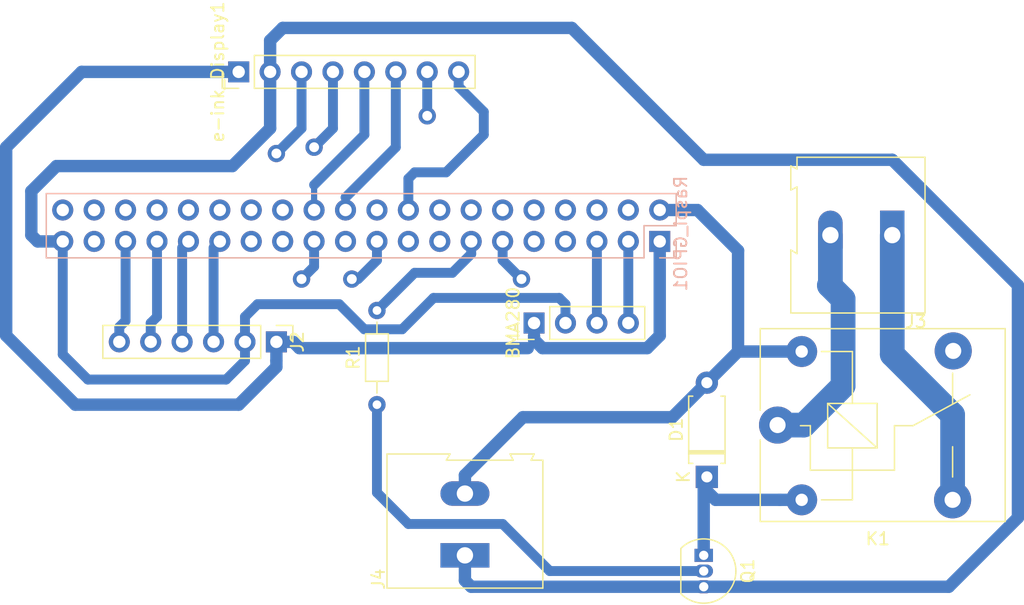
<source format=kicad_pcb>
(kicad_pcb (version 20171130) (host pcbnew "(5.1.0)-1")

  (general
    (thickness 1.6)
    (drawings 0)
    (tracks 138)
    (zones 0)
    (modules 10)
    (nets 46)
  )

  (page A4)
  (layers
    (0 F.Cu signal)
    (31 B.Cu signal)
    (32 B.Adhes user)
    (33 F.Adhes user)
    (34 B.Paste user)
    (35 F.Paste user)
    (36 B.SilkS user)
    (37 F.SilkS user)
    (38 B.Mask user)
    (39 F.Mask user)
    (40 Dwgs.User user)
    (41 Cmts.User user)
    (42 Eco1.User user)
    (43 Eco2.User user)
    (44 Edge.Cuts user)
    (45 Margin user)
    (46 B.CrtYd user)
    (47 F.CrtYd user)
    (48 B.Fab user)
    (49 F.Fab user)
  )

  (setup
    (last_trace_width 0.25)
    (user_trace_width 0.25)
    (user_trace_width 0.35)
    (user_trace_width 0.5)
    (user_trace_width 0.8)
    (user_trace_width 1)
    (user_trace_width 2)
    (trace_clearance 0.2)
    (zone_clearance 0.7)
    (zone_45_only no)
    (trace_min 0.2)
    (via_size 0.8)
    (via_drill 0.4)
    (via_min_size 0.4)
    (via_min_drill 0.3)
    (uvia_size 0.3)
    (uvia_drill 0.1)
    (uvias_allowed no)
    (uvia_min_size 0.2)
    (uvia_min_drill 0.1)
    (edge_width 0.05)
    (segment_width 0.2)
    (pcb_text_width 0.3)
    (pcb_text_size 1.5 1.5)
    (mod_edge_width 0.12)
    (mod_text_size 1 1)
    (mod_text_width 0.15)
    (pad_size 1.524 1.524)
    (pad_drill 0.762)
    (pad_to_mask_clearance 0.051)
    (solder_mask_min_width 0.25)
    (aux_axis_origin 0 0)
    (visible_elements 7FFFFFFF)
    (pcbplotparams
      (layerselection 0x00000_fffffffe)
      (usegerberextensions false)
      (usegerberattributes false)
      (usegerberadvancedattributes false)
      (creategerberjobfile false)
      (excludeedgelayer true)
      (linewidth 0.100000)
      (plotframeref false)
      (viasonmask false)
      (mode 1)
      (useauxorigin false)
      (hpglpennumber 1)
      (hpglpenspeed 20)
      (hpglpendiameter 15.000000)
      (psnegative false)
      (psa4output false)
      (plotreference true)
      (plotvalue true)
      (plotinvisibletext false)
      (padsonsilk false)
      (subtractmaskfromsilk false)
      (outputformat 1)
      (mirror false)
      (drillshape 0)
      (scaleselection 1)
      (outputdirectory ""))
  )

  (net 0 "")
  (net 1 "Net-(J3-Pad1)")
  (net 2 "Net-(J3-Pad2)")
  (net 3 +5V)
  (net 4 GND)
  (net 5 "Net-(Q1-Pad2)")
  (net 6 SDA)
  (net 7 SCL)
  (net 8 +3V3)
  (net 9 BUSY)
  (net 10 RST)
  (net 11 DC)
  (net 12 CS)
  (net 13 CLK)
  (net 14 DIN)
  (net 15 SW4)
  (net 16 SW3)
  (net 17 SW2)
  (net 18 SW1)
  (net 19 GPIO27)
  (net 20 "Net-(Raspi_GPIO1-Pad40)")
  (net 21 "Net-(Raspi_GPIO1-Pad38)")
  (net 22 "Net-(Raspi_GPIO1-Pad37)")
  (net 23 "Net-(Raspi_GPIO1-Pad36)")
  (net 24 "Net-(Raspi_GPIO1-Pad34)")
  (net 25 "Net-(Raspi_GPIO1-Pad32)")
  (net 26 "Net-(Raspi_GPIO1-Pad30)")
  (net 27 "Net-(Raspi_GPIO1-Pad28)")
  (net 28 "Net-(Raspi_GPIO1-Pad27)")
  (net 29 "Net-(Raspi_GPIO1-Pad26)")
  (net 30 "Net-(Raspi_GPIO1-Pad25)")
  (net 31 "Net-(Raspi_GPIO1-Pad21)")
  (net 32 "Net-(Raspi_GPIO1-Pad20)")
  (net 33 "Net-(Raspi_GPIO1-Pad17)")
  (net 34 "Net-(Raspi_GPIO1-Pad16)")
  (net 35 "Net-(Raspi_GPIO1-Pad15)")
  (net 36 "Net-(Raspi_GPIO1-Pad14)")
  (net 37 "Net-(Raspi_GPIO1-Pad12)")
  (net 38 "Net-(Raspi_GPIO1-Pad10)")
  (net 39 "Net-(Raspi_GPIO1-Pad9)")
  (net 40 "Net-(Raspi_GPIO1-Pad8)")
  (net 41 "Net-(Raspi_GPIO1-Pad7)")
  (net 42 "Net-(Raspi_GPIO1-Pad6)")
  (net 43 "Net-(Raspi_GPIO1-Pad4)")
  (net 44 "Net-(K1-Pad4)")
  (net 45 "Net-(D1-Pad1)")

  (net_class Default "Esta es la clase de red por defecto."
    (clearance 0.2)
    (trace_width 0.25)
    (via_dia 0.8)
    (via_drill 0.4)
    (uvia_dia 0.3)
    (uvia_drill 0.1)
    (add_net +3V3)
    (add_net +5V)
    (add_net BUSY)
    (add_net CLK)
    (add_net CS)
    (add_net DC)
    (add_net DIN)
    (add_net GND)
    (add_net GPIO27)
    (add_net "Net-(D1-Pad1)")
    (add_net "Net-(J3-Pad1)")
    (add_net "Net-(J3-Pad2)")
    (add_net "Net-(K1-Pad4)")
    (add_net "Net-(Q1-Pad2)")
    (add_net "Net-(Raspi_GPIO1-Pad10)")
    (add_net "Net-(Raspi_GPIO1-Pad12)")
    (add_net "Net-(Raspi_GPIO1-Pad14)")
    (add_net "Net-(Raspi_GPIO1-Pad15)")
    (add_net "Net-(Raspi_GPIO1-Pad16)")
    (add_net "Net-(Raspi_GPIO1-Pad17)")
    (add_net "Net-(Raspi_GPIO1-Pad20)")
    (add_net "Net-(Raspi_GPIO1-Pad21)")
    (add_net "Net-(Raspi_GPIO1-Pad25)")
    (add_net "Net-(Raspi_GPIO1-Pad26)")
    (add_net "Net-(Raspi_GPIO1-Pad27)")
    (add_net "Net-(Raspi_GPIO1-Pad28)")
    (add_net "Net-(Raspi_GPIO1-Pad30)")
    (add_net "Net-(Raspi_GPIO1-Pad32)")
    (add_net "Net-(Raspi_GPIO1-Pad34)")
    (add_net "Net-(Raspi_GPIO1-Pad36)")
    (add_net "Net-(Raspi_GPIO1-Pad37)")
    (add_net "Net-(Raspi_GPIO1-Pad38)")
    (add_net "Net-(Raspi_GPIO1-Pad4)")
    (add_net "Net-(Raspi_GPIO1-Pad40)")
    (add_net "Net-(Raspi_GPIO1-Pad6)")
    (add_net "Net-(Raspi_GPIO1-Pad7)")
    (add_net "Net-(Raspi_GPIO1-Pad8)")
    (add_net "Net-(Raspi_GPIO1-Pad9)")
    (add_net RST)
    (add_net SCL)
    (add_net SDA)
    (add_net SW1)
    (add_net SW2)
    (add_net SW3)
    (add_net SW4)
  )

  (module TerminalBlock:TerminalBlock_Altech_AK300-2_P5.00mm (layer F.Cu) (tedit 59FF0306) (tstamp 5E360186)
    (at 127.508 76.708 90)
    (descr "Altech AK300 terminal block, pitch 5.0mm, 45 degree angled, see http://www.mouser.com/ds/2/16/PCBMETRC-24178.pdf")
    (tags "Altech AK300 terminal block pitch 5.0mm")
    (path /5E373EF6)
    (fp_text reference J4 (at -1.92 -6.99 90) (layer F.SilkS)
      (effects (font (size 1 1) (thickness 0.15)))
    )
    (fp_text value 5V_input (at 2.78 7.75 90) (layer F.Fab)
      (effects (font (size 1 1) (thickness 0.15)))
    )
    (fp_arc (start -1.13 -4.65) (end -1.42 -4.13) (angle 104.2) (layer F.Fab) (width 0.1))
    (fp_arc (start -0.01 -3.71) (end -1.62 -5) (angle 100) (layer F.Fab) (width 0.1))
    (fp_arc (start 0.06 -6.07) (end 1.53 -4.12) (angle 75.5) (layer F.Fab) (width 0.1))
    (fp_arc (start 1.03 -4.59) (end 1.53 -5.05) (angle 90.5) (layer F.Fab) (width 0.1))
    (fp_arc (start 3.87 -4.65) (end 3.58 -4.13) (angle 104.2) (layer F.Fab) (width 0.1))
    (fp_arc (start 4.99 -3.71) (end 3.39 -5) (angle 100) (layer F.Fab) (width 0.1))
    (fp_arc (start 5.07 -6.07) (end 6.53 -4.12) (angle 75.5) (layer F.Fab) (width 0.1))
    (fp_arc (start 6.03 -4.59) (end 6.54 -5.05) (angle 90.5) (layer F.Fab) (width 0.1))
    (fp_line (start 8.36 6.47) (end -2.83 6.47) (layer F.CrtYd) (width 0.05))
    (fp_line (start 8.36 6.47) (end 8.36 -6.47) (layer F.CrtYd) (width 0.05))
    (fp_line (start -2.83 -6.47) (end -2.83 6.47) (layer F.CrtYd) (width 0.05))
    (fp_line (start -2.83 -6.47) (end 8.36 -6.47) (layer F.CrtYd) (width 0.05))
    (fp_line (start 3.36 -0.25) (end 6.67 -0.25) (layer F.Fab) (width 0.1))
    (fp_line (start 2.98 -0.25) (end 3.36 -0.25) (layer F.Fab) (width 0.1))
    (fp_line (start 7.05 -0.25) (end 6.67 -0.25) (layer F.Fab) (width 0.1))
    (fp_line (start 6.67 -0.64) (end 3.36 -0.64) (layer F.Fab) (width 0.1))
    (fp_line (start 7.61 -0.64) (end 6.67 -0.64) (layer F.Fab) (width 0.1))
    (fp_line (start 1.66 -0.64) (end 3.36 -0.64) (layer F.Fab) (width 0.1))
    (fp_line (start -1.64 -0.64) (end 1.66 -0.64) (layer F.Fab) (width 0.1))
    (fp_line (start -2.58 -0.64) (end -1.64 -0.64) (layer F.Fab) (width 0.1))
    (fp_line (start 1.66 -0.25) (end -1.64 -0.25) (layer F.Fab) (width 0.1))
    (fp_line (start 2.04 -0.25) (end 1.66 -0.25) (layer F.Fab) (width 0.1))
    (fp_line (start -2.02 -0.25) (end -1.64 -0.25) (layer F.Fab) (width 0.1))
    (fp_line (start -1.49 -4.32) (end 1.56 -4.95) (layer F.Fab) (width 0.1))
    (fp_line (start -1.62 -4.45) (end 1.44 -5.08) (layer F.Fab) (width 0.1))
    (fp_line (start 3.52 -4.32) (end 6.56 -4.95) (layer F.Fab) (width 0.1))
    (fp_line (start 3.39 -4.45) (end 6.44 -5.08) (layer F.Fab) (width 0.1))
    (fp_line (start 2.04 -5.97) (end -2.02 -5.97) (layer F.Fab) (width 0.1))
    (fp_line (start -2.02 -3.43) (end -2.02 -5.97) (layer F.Fab) (width 0.1))
    (fp_line (start 2.04 -3.43) (end -2.02 -3.43) (layer F.Fab) (width 0.1))
    (fp_line (start 2.04 -3.43) (end 2.04 -5.97) (layer F.Fab) (width 0.1))
    (fp_line (start 7.05 -3.43) (end 2.98 -3.43) (layer F.Fab) (width 0.1))
    (fp_line (start 7.05 -5.97) (end 7.05 -3.43) (layer F.Fab) (width 0.1))
    (fp_line (start 2.98 -5.97) (end 7.05 -5.97) (layer F.Fab) (width 0.1))
    (fp_line (start 2.98 -3.43) (end 2.98 -5.97) (layer F.Fab) (width 0.1))
    (fp_line (start 7.61 -3.17) (end 7.61 -1.65) (layer F.Fab) (width 0.1))
    (fp_line (start -2.58 -3.17) (end -2.58 -6.22) (layer F.Fab) (width 0.1))
    (fp_line (start -2.58 -3.17) (end 7.61 -3.17) (layer F.Fab) (width 0.1))
    (fp_line (start 7.61 -0.64) (end 7.61 4.06) (layer F.Fab) (width 0.1))
    (fp_line (start 7.61 -1.65) (end 7.61 -0.64) (layer F.Fab) (width 0.1))
    (fp_line (start -2.58 -0.64) (end -2.58 -3.17) (layer F.Fab) (width 0.1))
    (fp_line (start -2.58 6.22) (end -2.58 -0.64) (layer F.Fab) (width 0.1))
    (fp_line (start 6.67 0.51) (end 6.28 0.51) (layer F.Fab) (width 0.1))
    (fp_line (start 3.36 0.51) (end 3.74 0.51) (layer F.Fab) (width 0.1))
    (fp_line (start 1.66 0.51) (end 1.28 0.51) (layer F.Fab) (width 0.1))
    (fp_line (start -1.64 0.51) (end -1.26 0.51) (layer F.Fab) (width 0.1))
    (fp_line (start -1.64 3.68) (end -1.64 0.51) (layer F.Fab) (width 0.1))
    (fp_line (start 1.66 3.68) (end -1.64 3.68) (layer F.Fab) (width 0.1))
    (fp_line (start 1.66 3.68) (end 1.66 0.51) (layer F.Fab) (width 0.1))
    (fp_line (start 3.36 3.68) (end 3.36 0.51) (layer F.Fab) (width 0.1))
    (fp_line (start 6.67 3.68) (end 3.36 3.68) (layer F.Fab) (width 0.1))
    (fp_line (start 6.67 3.68) (end 6.67 0.51) (layer F.Fab) (width 0.1))
    (fp_line (start -2.02 4.32) (end -2.02 6.22) (layer F.Fab) (width 0.1))
    (fp_line (start 2.04 4.32) (end 2.04 -0.25) (layer F.Fab) (width 0.1))
    (fp_line (start 2.04 4.32) (end -2.02 4.32) (layer F.Fab) (width 0.1))
    (fp_line (start 7.05 4.32) (end 7.05 6.22) (layer F.Fab) (width 0.1))
    (fp_line (start 2.98 4.32) (end 2.98 -0.25) (layer F.Fab) (width 0.1))
    (fp_line (start 2.98 4.32) (end 7.05 4.32) (layer F.Fab) (width 0.1))
    (fp_line (start -2.02 6.22) (end 2.04 6.22) (layer F.Fab) (width 0.1))
    (fp_line (start -2.58 6.22) (end -2.02 6.22) (layer F.Fab) (width 0.1))
    (fp_line (start -2.02 -0.25) (end -2.02 4.32) (layer F.Fab) (width 0.1))
    (fp_line (start 2.04 6.22) (end 2.98 6.22) (layer F.Fab) (width 0.1))
    (fp_line (start 2.04 6.22) (end 2.04 4.32) (layer F.Fab) (width 0.1))
    (fp_line (start 7.05 6.22) (end 7.61 6.22) (layer F.Fab) (width 0.1))
    (fp_line (start 2.98 6.22) (end 7.05 6.22) (layer F.Fab) (width 0.1))
    (fp_line (start 7.05 -0.25) (end 7.05 4.32) (layer F.Fab) (width 0.1))
    (fp_line (start 2.98 6.22) (end 2.98 4.32) (layer F.Fab) (width 0.1))
    (fp_line (start 8.11 3.81) (end 8.11 5.46) (layer F.Fab) (width 0.1))
    (fp_line (start 7.61 4.06) (end 7.61 5.21) (layer F.Fab) (width 0.1))
    (fp_line (start 8.11 3.81) (end 7.61 4.06) (layer F.Fab) (width 0.1))
    (fp_line (start 7.61 5.21) (end 7.61 6.22) (layer F.Fab) (width 0.1))
    (fp_line (start 8.11 5.46) (end 7.61 5.21) (layer F.Fab) (width 0.1))
    (fp_line (start 8.11 -1.4) (end 7.61 -1.65) (layer F.Fab) (width 0.1))
    (fp_line (start 8.11 -6.22) (end 8.11 -1.4) (layer F.Fab) (width 0.1))
    (fp_line (start 7.61 -6.22) (end 8.11 -6.22) (layer F.Fab) (width 0.1))
    (fp_line (start 7.61 -6.22) (end -2.58 -6.22) (layer F.Fab) (width 0.1))
    (fp_line (start 7.61 -6.22) (end 7.61 -3.17) (layer F.Fab) (width 0.1))
    (fp_line (start 3.74 2.54) (end 3.74 -0.25) (layer F.Fab) (width 0.1))
    (fp_line (start 3.74 -0.25) (end 6.28 -0.25) (layer F.Fab) (width 0.1))
    (fp_line (start 6.28 2.54) (end 6.28 -0.25) (layer F.Fab) (width 0.1))
    (fp_line (start 3.74 2.54) (end 6.28 2.54) (layer F.Fab) (width 0.1))
    (fp_line (start -1.26 2.54) (end -1.26 -0.25) (layer F.Fab) (width 0.1))
    (fp_line (start -1.26 -0.25) (end 1.28 -0.25) (layer F.Fab) (width 0.1))
    (fp_line (start 1.28 2.54) (end 1.28 -0.25) (layer F.Fab) (width 0.1))
    (fp_line (start -1.26 2.54) (end 1.28 2.54) (layer F.Fab) (width 0.1))
    (fp_line (start 8.2 -6.3) (end -2.65 -6.3) (layer F.SilkS) (width 0.12))
    (fp_line (start 8.2 -1.2) (end 8.2 -6.3) (layer F.SilkS) (width 0.12))
    (fp_line (start 7.7 -1.5) (end 8.2 -1.2) (layer F.SilkS) (width 0.12))
    (fp_line (start 7.7 3.9) (end 7.7 -1.5) (layer F.SilkS) (width 0.12))
    (fp_line (start 8.2 3.65) (end 7.7 3.9) (layer F.SilkS) (width 0.12))
    (fp_line (start 8.2 3.7) (end 8.2 3.65) (layer F.SilkS) (width 0.12))
    (fp_line (start 8.2 5.6) (end 8.2 3.7) (layer F.SilkS) (width 0.12))
    (fp_line (start 7.7 5.35) (end 8.2 5.6) (layer F.SilkS) (width 0.12))
    (fp_line (start 7.7 6.3) (end 7.7 5.35) (layer F.SilkS) (width 0.12))
    (fp_line (start -2.65 6.3) (end 7.7 6.3) (layer F.SilkS) (width 0.12))
    (fp_line (start -2.65 -6.3) (end -2.65 6.3) (layer F.SilkS) (width 0.12))
    (fp_text user %R (at 2.5 -2 90) (layer F.Fab)
      (effects (font (size 1 1) (thickness 0.15)))
    )
    (pad 2 thru_hole oval (at 5 0 90) (size 1.98 3.96) (drill 1.32) (layers *.Cu *.Mask)
      (net 3 +5V))
    (pad 1 thru_hole rect (at 0 0 90) (size 1.98 3.96) (drill 1.32) (layers *.Cu *.Mask)
      (net 4 GND))
    (model ${KISYS3DMOD}/TerminalBlock.3dshapes/TerminalBlock_Altech_AK300-2_P5.00mm.wrl
      (at (xyz 0 0 0))
      (scale (xyz 1 1 1))
      (rotate (xyz 0 0 0))
    )
  )

  (module Resistor_THT:R_Axial_DIN0204_L3.6mm_D1.6mm_P7.62mm_Horizontal (layer F.Cu) (tedit 5AE5139B) (tstamp 5E3D2C72)
    (at 120.396 64.516 90)
    (descr "Resistor, Axial_DIN0204 series, Axial, Horizontal, pin pitch=7.62mm, 0.167W, length*diameter=3.6*1.6mm^2, http://cdn-reichelt.de/documents/datenblatt/B400/1_4W%23YAG.pdf")
    (tags "Resistor Axial_DIN0204 series Axial Horizontal pin pitch 7.62mm 0.167W length 3.6mm diameter 1.6mm")
    (path /5E31FE2B)
    (fp_text reference R1 (at 3.81 -1.92 90) (layer F.SilkS)
      (effects (font (size 1 1) (thickness 0.15)))
    )
    (fp_text value 1k (at 3.81 1.92 90) (layer F.Fab)
      (effects (font (size 1 1) (thickness 0.15)))
    )
    (fp_text user %R (at 3.81 0 90) (layer F.Fab)
      (effects (font (size 0.72 0.72) (thickness 0.108)))
    )
    (fp_line (start 8.57 -1.05) (end -0.95 -1.05) (layer F.CrtYd) (width 0.05))
    (fp_line (start 8.57 1.05) (end 8.57 -1.05) (layer F.CrtYd) (width 0.05))
    (fp_line (start -0.95 1.05) (end 8.57 1.05) (layer F.CrtYd) (width 0.05))
    (fp_line (start -0.95 -1.05) (end -0.95 1.05) (layer F.CrtYd) (width 0.05))
    (fp_line (start 6.68 0) (end 5.73 0) (layer F.SilkS) (width 0.12))
    (fp_line (start 0.94 0) (end 1.89 0) (layer F.SilkS) (width 0.12))
    (fp_line (start 5.73 -0.92) (end 1.89 -0.92) (layer F.SilkS) (width 0.12))
    (fp_line (start 5.73 0.92) (end 5.73 -0.92) (layer F.SilkS) (width 0.12))
    (fp_line (start 1.89 0.92) (end 5.73 0.92) (layer F.SilkS) (width 0.12))
    (fp_line (start 1.89 -0.92) (end 1.89 0.92) (layer F.SilkS) (width 0.12))
    (fp_line (start 7.62 0) (end 5.61 0) (layer F.Fab) (width 0.1))
    (fp_line (start 0 0) (end 2.01 0) (layer F.Fab) (width 0.1))
    (fp_line (start 5.61 -0.8) (end 2.01 -0.8) (layer F.Fab) (width 0.1))
    (fp_line (start 5.61 0.8) (end 5.61 -0.8) (layer F.Fab) (width 0.1))
    (fp_line (start 2.01 0.8) (end 5.61 0.8) (layer F.Fab) (width 0.1))
    (fp_line (start 2.01 -0.8) (end 2.01 0.8) (layer F.Fab) (width 0.1))
    (pad 2 thru_hole oval (at 7.62 0 90) (size 1.4 1.4) (drill 0.7) (layers *.Cu *.Mask)
      (net 19 GPIO27))
    (pad 1 thru_hole circle (at 0 0 90) (size 1.4 1.4) (drill 0.7) (layers *.Cu *.Mask)
      (net 5 "Net-(Q1-Pad2)"))
    (model ${KISYS3DMOD}/Resistor_THT.3dshapes/R_Axial_DIN0204_L3.6mm_D1.6mm_P7.62mm_Horizontal.wrl
      (at (xyz 0 0 0))
      (scale (xyz 1 1 1))
      (rotate (xyz 0 0 0))
    )
  )

  (module Connector_PinHeader_2.54mm:PinHeader_2x20_P2.54mm_Vertical (layer B.Cu) (tedit 59FED5CC) (tstamp 5E35D348)
    (at 143.256 51.308 90)
    (descr "Through hole straight pin header, 2x20, 2.54mm pitch, double rows")
    (tags "Through hole pin header THT 2x20 2.54mm double row")
    (path /5E32286C)
    (fp_text reference Raspi_GPIO1 (at 0.635 1.695 90) (layer B.SilkS)
      (effects (font (size 1 1) (thickness 0.15)) (justify mirror))
    )
    (fp_text value Conn_02x20_Odd_Even (at 0.635 -25.825 90) (layer B.Fab)
      (effects (font (size 1 1) (thickness 0.15)) (justify mirror))
    )
    (fp_text user %R (at 0.635 -12.065) (layer B.Fab)
      (effects (font (size 1 1) (thickness 0.15)) (justify mirror))
    )
    (fp_line (start 4.35 1.8) (end -1.8 1.8) (layer B.CrtYd) (width 0.05))
    (fp_line (start 4.35 -50.05) (end 4.35 1.8) (layer B.CrtYd) (width 0.05))
    (fp_line (start -1.8 -50.05) (end 4.35 -50.05) (layer B.CrtYd) (width 0.05))
    (fp_line (start -1.8 1.8) (end -1.8 -50.05) (layer B.CrtYd) (width 0.05))
    (fp_line (start -1.33 1.33) (end 0 1.33) (layer B.SilkS) (width 0.12))
    (fp_line (start -1.33 0) (end -1.33 1.33) (layer B.SilkS) (width 0.12))
    (fp_line (start 1.27 1.33) (end 3.87 1.33) (layer B.SilkS) (width 0.12))
    (fp_line (start 1.27 -1.27) (end 1.27 1.33) (layer B.SilkS) (width 0.12))
    (fp_line (start -1.33 -1.27) (end 1.27 -1.27) (layer B.SilkS) (width 0.12))
    (fp_line (start 3.87 1.33) (end 3.87 -49.59) (layer B.SilkS) (width 0.12))
    (fp_line (start -1.33 -1.27) (end -1.33 -49.59) (layer B.SilkS) (width 0.12))
    (fp_line (start -1.33 -49.59) (end 3.87 -49.59) (layer B.SilkS) (width 0.12))
    (fp_line (start -1.27 0) (end 0 1.27) (layer B.Fab) (width 0.1))
    (fp_line (start -1.27 -49.53) (end -1.27 0) (layer B.Fab) (width 0.1))
    (fp_line (start 3.81 -49.53) (end -1.27 -49.53) (layer B.Fab) (width 0.1))
    (fp_line (start 3.81 1.27) (end 3.81 -49.53) (layer B.Fab) (width 0.1))
    (fp_line (start 0 1.27) (end 3.81 1.27) (layer B.Fab) (width 0.1))
    (pad 40 thru_hole oval (at 2.54 -48.26 90) (size 1.7 1.7) (drill 1) (layers *.Cu *.Mask)
      (net 20 "Net-(Raspi_GPIO1-Pad40)"))
    (pad 39 thru_hole oval (at 0 -48.26 90) (size 1.7 1.7) (drill 1) (layers *.Cu *.Mask)
      (net 4 GND))
    (pad 38 thru_hole oval (at 2.54 -45.72 90) (size 1.7 1.7) (drill 1) (layers *.Cu *.Mask)
      (net 21 "Net-(Raspi_GPIO1-Pad38)"))
    (pad 37 thru_hole oval (at 0 -45.72 90) (size 1.7 1.7) (drill 1) (layers *.Cu *.Mask)
      (net 22 "Net-(Raspi_GPIO1-Pad37)"))
    (pad 36 thru_hole oval (at 2.54 -43.18 90) (size 1.7 1.7) (drill 1) (layers *.Cu *.Mask)
      (net 23 "Net-(Raspi_GPIO1-Pad36)"))
    (pad 35 thru_hole oval (at 0 -43.18 90) (size 1.7 1.7) (drill 1) (layers *.Cu *.Mask)
      (net 15 SW4))
    (pad 34 thru_hole oval (at 2.54 -40.64 90) (size 1.7 1.7) (drill 1) (layers *.Cu *.Mask)
      (net 24 "Net-(Raspi_GPIO1-Pad34)"))
    (pad 33 thru_hole oval (at 0 -40.64 90) (size 1.7 1.7) (drill 1) (layers *.Cu *.Mask)
      (net 16 SW3))
    (pad 32 thru_hole oval (at 2.54 -38.1 90) (size 1.7 1.7) (drill 1) (layers *.Cu *.Mask)
      (net 25 "Net-(Raspi_GPIO1-Pad32)"))
    (pad 31 thru_hole oval (at 0 -38.1 90) (size 1.7 1.7) (drill 1) (layers *.Cu *.Mask)
      (net 17 SW2))
    (pad 30 thru_hole oval (at 2.54 -35.56 90) (size 1.7 1.7) (drill 1) (layers *.Cu *.Mask)
      (net 26 "Net-(Raspi_GPIO1-Pad30)"))
    (pad 29 thru_hole oval (at 0 -35.56 90) (size 1.7 1.7) (drill 1) (layers *.Cu *.Mask)
      (net 18 SW1))
    (pad 28 thru_hole oval (at 2.54 -33.02 90) (size 1.7 1.7) (drill 1) (layers *.Cu *.Mask)
      (net 27 "Net-(Raspi_GPIO1-Pad28)"))
    (pad 27 thru_hole oval (at 0 -33.02 90) (size 1.7 1.7) (drill 1) (layers *.Cu *.Mask)
      (net 28 "Net-(Raspi_GPIO1-Pad27)"))
    (pad 26 thru_hole oval (at 2.54 -30.48 90) (size 1.7 1.7) (drill 1) (layers *.Cu *.Mask)
      (net 29 "Net-(Raspi_GPIO1-Pad26)"))
    (pad 25 thru_hole oval (at 0 -30.48 90) (size 1.7 1.7) (drill 1) (layers *.Cu *.Mask)
      (net 30 "Net-(Raspi_GPIO1-Pad25)"))
    (pad 24 thru_hole oval (at 2.54 -27.94 90) (size 1.7 1.7) (drill 1) (layers *.Cu *.Mask)
      (net 12 CS))
    (pad 23 thru_hole oval (at 0 -27.94 90) (size 1.7 1.7) (drill 1) (layers *.Cu *.Mask)
      (net 13 CLK))
    (pad 22 thru_hole oval (at 2.54 -25.4 90) (size 1.7 1.7) (drill 1) (layers *.Cu *.Mask)
      (net 11 DC))
    (pad 21 thru_hole oval (at 0 -25.4 90) (size 1.7 1.7) (drill 1) (layers *.Cu *.Mask)
      (net 31 "Net-(Raspi_GPIO1-Pad21)"))
    (pad 20 thru_hole oval (at 2.54 -22.86 90) (size 1.7 1.7) (drill 1) (layers *.Cu *.Mask)
      (net 32 "Net-(Raspi_GPIO1-Pad20)"))
    (pad 19 thru_hole oval (at 0 -22.86 90) (size 1.7 1.7) (drill 1) (layers *.Cu *.Mask)
      (net 14 DIN))
    (pad 18 thru_hole oval (at 2.54 -20.32 90) (size 1.7 1.7) (drill 1) (layers *.Cu *.Mask)
      (net 9 BUSY))
    (pad 17 thru_hole oval (at 0 -20.32 90) (size 1.7 1.7) (drill 1) (layers *.Cu *.Mask)
      (net 33 "Net-(Raspi_GPIO1-Pad17)"))
    (pad 16 thru_hole oval (at 2.54 -17.78 90) (size 1.7 1.7) (drill 1) (layers *.Cu *.Mask)
      (net 34 "Net-(Raspi_GPIO1-Pad16)"))
    (pad 15 thru_hole oval (at 0 -17.78 90) (size 1.7 1.7) (drill 1) (layers *.Cu *.Mask)
      (net 35 "Net-(Raspi_GPIO1-Pad15)"))
    (pad 14 thru_hole oval (at 2.54 -15.24 90) (size 1.7 1.7) (drill 1) (layers *.Cu *.Mask)
      (net 36 "Net-(Raspi_GPIO1-Pad14)"))
    (pad 13 thru_hole oval (at 0 -15.24 90) (size 1.7 1.7) (drill 1) (layers *.Cu *.Mask)
      (net 19 GPIO27))
    (pad 12 thru_hole oval (at 2.54 -12.7 90) (size 1.7 1.7) (drill 1) (layers *.Cu *.Mask)
      (net 37 "Net-(Raspi_GPIO1-Pad12)"))
    (pad 11 thru_hole oval (at 0 -12.7 90) (size 1.7 1.7) (drill 1) (layers *.Cu *.Mask)
      (net 10 RST))
    (pad 10 thru_hole oval (at 2.54 -10.16 90) (size 1.7 1.7) (drill 1) (layers *.Cu *.Mask)
      (net 38 "Net-(Raspi_GPIO1-Pad10)"))
    (pad 9 thru_hole oval (at 0 -10.16 90) (size 1.7 1.7) (drill 1) (layers *.Cu *.Mask)
      (net 39 "Net-(Raspi_GPIO1-Pad9)"))
    (pad 8 thru_hole oval (at 2.54 -7.62 90) (size 1.7 1.7) (drill 1) (layers *.Cu *.Mask)
      (net 40 "Net-(Raspi_GPIO1-Pad8)"))
    (pad 7 thru_hole oval (at 0 -7.62 90) (size 1.7 1.7) (drill 1) (layers *.Cu *.Mask)
      (net 41 "Net-(Raspi_GPIO1-Pad7)"))
    (pad 6 thru_hole oval (at 2.54 -5.08 90) (size 1.7 1.7) (drill 1) (layers *.Cu *.Mask)
      (net 42 "Net-(Raspi_GPIO1-Pad6)"))
    (pad 5 thru_hole oval (at 0 -5.08 90) (size 1.7 1.7) (drill 1) (layers *.Cu *.Mask)
      (net 7 SCL))
    (pad 4 thru_hole oval (at 2.54 -2.54 90) (size 1.7 1.7) (drill 1) (layers *.Cu *.Mask)
      (net 43 "Net-(Raspi_GPIO1-Pad4)"))
    (pad 3 thru_hole oval (at 0 -2.54 90) (size 1.7 1.7) (drill 1) (layers *.Cu *.Mask)
      (net 6 SDA))
    (pad 2 thru_hole oval (at 2.54 0 90) (size 1.7 1.7) (drill 1) (layers *.Cu *.Mask)
      (net 3 +5V))
    (pad 1 thru_hole rect (at 0 0 90) (size 1.7 1.7) (drill 1) (layers *.Cu *.Mask)
      (net 8 +3V3))
    (model ${KISYS3DMOD}/Connector_PinHeader_2.54mm.3dshapes/PinHeader_2x20_P2.54mm_Vertical.wrl
      (at (xyz 0 0 0))
      (scale (xyz 1 1 1))
      (rotate (xyz 0 0 0))
    )
  )

  (module Connector_PinHeader_2.54mm:PinHeader_1x04_P2.54mm_Vertical (layer F.Cu) (tedit 59FED5CC) (tstamp 5E3EDC1A)
    (at 133.096 57.912 90)
    (descr "Through hole straight pin header, 1x04, 2.54mm pitch, single row")
    (tags "Through hole pin header THT 1x04 2.54mm single row")
    (path /5E329C5C)
    (fp_text reference BMA280 (at 0 -1.695 90) (layer F.SilkS)
      (effects (font (size 1 1) (thickness 0.15)))
    )
    (fp_text value Conn_01x04_Female (at 0 5.505 90) (layer F.Fab)
      (effects (font (size 1 1) (thickness 0.15)))
    )
    (fp_text user %R (at 0 1.905 180) (layer F.Fab)
      (effects (font (size 1 1) (thickness 0.15)))
    )
    (fp_line (start 1.8 -1.8) (end -1.8 -1.8) (layer F.CrtYd) (width 0.05))
    (fp_line (start 1.8 9.4) (end 1.8 -1.8) (layer F.CrtYd) (width 0.05))
    (fp_line (start -1.8 9.4) (end 1.8 9.4) (layer F.CrtYd) (width 0.05))
    (fp_line (start -1.8 -1.8) (end -1.8 9.4) (layer F.CrtYd) (width 0.05))
    (fp_line (start -1.33 -1.33) (end 0 -1.33) (layer F.SilkS) (width 0.12))
    (fp_line (start -1.33 0) (end -1.33 -1.33) (layer F.SilkS) (width 0.12))
    (fp_line (start -1.33 1.27) (end 1.33 1.27) (layer F.SilkS) (width 0.12))
    (fp_line (start 1.33 1.27) (end 1.33 8.95) (layer F.SilkS) (width 0.12))
    (fp_line (start -1.33 1.27) (end -1.33 8.95) (layer F.SilkS) (width 0.12))
    (fp_line (start -1.33 8.95) (end 1.33 8.95) (layer F.SilkS) (width 0.12))
    (fp_line (start -1.27 -0.635) (end -0.635 -1.27) (layer F.Fab) (width 0.1))
    (fp_line (start -1.27 8.89) (end -1.27 -0.635) (layer F.Fab) (width 0.1))
    (fp_line (start 1.27 8.89) (end -1.27 8.89) (layer F.Fab) (width 0.1))
    (fp_line (start 1.27 -1.27) (end 1.27 8.89) (layer F.Fab) (width 0.1))
    (fp_line (start -0.635 -1.27) (end 1.27 -1.27) (layer F.Fab) (width 0.1))
    (pad 4 thru_hole oval (at 0 7.62 90) (size 1.7 1.7) (drill 1) (layers *.Cu *.Mask)
      (net 6 SDA))
    (pad 3 thru_hole oval (at 0 5.08 90) (size 1.7 1.7) (drill 1) (layers *.Cu *.Mask)
      (net 7 SCL))
    (pad 2 thru_hole oval (at 0 2.54 90) (size 1.7 1.7) (drill 1) (layers *.Cu *.Mask)
      (net 4 GND))
    (pad 1 thru_hole rect (at 0 0 90) (size 1.7 1.7) (drill 1) (layers *.Cu *.Mask)
      (net 8 +3V3))
    (model ${KISYS3DMOD}/Connector_PinHeader_2.54mm.3dshapes/PinHeader_1x04_P2.54mm_Vertical.wrl
      (at (xyz 0 0 0))
      (scale (xyz 1 1 1))
      (rotate (xyz 0 0 0))
    )
  )

  (module Connector_PinHeader_2.54mm:PinHeader_1x06_P2.54mm_Vertical (layer F.Cu) (tedit 59FED5CC) (tstamp 5E35D215)
    (at 112.268 59.436 270)
    (descr "Through hole straight pin header, 1x06, 2.54mm pitch, single row")
    (tags "Through hole pin header THT 1x06 2.54mm single row")
    (path /5E33FF7E)
    (fp_text reference J2 (at 0 -1.695 270) (layer F.SilkS)
      (effects (font (size 1 1) (thickness 0.15)))
    )
    (fp_text value Switch_Panel (at 0 8.045 270) (layer F.Fab)
      (effects (font (size 1 1) (thickness 0.15)))
    )
    (fp_text user %R (at 0 3.175) (layer B.Fab)
      (effects (font (size 1 1) (thickness 0.15)) (justify mirror))
    )
    (fp_line (start 1.8 -1.8) (end -1.8 -1.8) (layer F.CrtYd) (width 0.05))
    (fp_line (start 1.8 14.5) (end 1.8 -1.8) (layer F.CrtYd) (width 0.05))
    (fp_line (start -1.8 14.5) (end 1.8 14.5) (layer F.CrtYd) (width 0.05))
    (fp_line (start -1.8 -1.8) (end -1.8 14.5) (layer F.CrtYd) (width 0.05))
    (fp_line (start -1.33 -1.33) (end 0 -1.33) (layer F.SilkS) (width 0.12))
    (fp_line (start -1.33 0) (end -1.33 -1.33) (layer F.SilkS) (width 0.12))
    (fp_line (start -1.33 1.27) (end 1.33 1.27) (layer F.SilkS) (width 0.12))
    (fp_line (start 1.33 1.27) (end 1.33 14.03) (layer F.SilkS) (width 0.12))
    (fp_line (start -1.33 1.27) (end -1.33 14.03) (layer F.SilkS) (width 0.12))
    (fp_line (start -1.33 14.03) (end 1.33 14.03) (layer F.SilkS) (width 0.12))
    (fp_line (start -1.27 -0.635) (end -0.635 -1.27) (layer F.Fab) (width 0.1))
    (fp_line (start -1.27 13.97) (end -1.27 -0.635) (layer F.Fab) (width 0.1))
    (fp_line (start 1.27 13.97) (end -1.27 13.97) (layer F.Fab) (width 0.1))
    (fp_line (start 1.27 -1.27) (end 1.27 13.97) (layer F.Fab) (width 0.1))
    (fp_line (start -0.635 -1.27) (end 1.27 -1.27) (layer F.Fab) (width 0.1))
    (pad 6 thru_hole oval (at 0 12.7 270) (size 1.7 1.7) (drill 1) (layers *.Cu *.Mask)
      (net 15 SW4))
    (pad 5 thru_hole oval (at 0 10.16 270) (size 1.7 1.7) (drill 1) (layers *.Cu *.Mask)
      (net 16 SW3))
    (pad 4 thru_hole oval (at 0 7.62 270) (size 1.7 1.7) (drill 1) (layers *.Cu *.Mask)
      (net 17 SW2))
    (pad 3 thru_hole oval (at 0 5.08 270) (size 1.7 1.7) (drill 1) (layers *.Cu *.Mask)
      (net 18 SW1))
    (pad 2 thru_hole oval (at 0 2.54 270) (size 1.7 1.7) (drill 1) (layers *.Cu *.Mask)
      (net 4 GND))
    (pad 1 thru_hole rect (at 0 0 270) (size 1.7 1.7) (drill 1) (layers *.Cu *.Mask)
      (net 8 +3V3))
    (model ${KISYS3DMOD}/Connector_PinHeader_2.54mm.3dshapes/PinHeader_1x06_P2.54mm_Vertical.wrl
      (at (xyz 0 0 0))
      (scale (xyz 1 1 1))
      (rotate (xyz 0 0 0))
    )
  )

  (module Connector_PinHeader_2.54mm:PinHeader_1x08_P2.54mm_Vertical (layer F.Cu) (tedit 59FED5CC) (tstamp 5E35DABF)
    (at 109.22 37.592 90)
    (descr "Through hole straight pin header, 1x08, 2.54mm pitch, single row")
    (tags "Through hole pin header THT 1x08 2.54mm single row")
    (path /5E330080)
    (fp_text reference e-ink_Display1 (at 0 -1.695 90) (layer F.SilkS)
      (effects (font (size 1 1) (thickness 0.15)))
    )
    (fp_text value e_Paper_HAT (at 0 10.585 90) (layer F.Fab)
      (effects (font (size 1 1) (thickness 0.15)))
    )
    (fp_text user %R (at 0 4.445 180) (layer F.Fab)
      (effects (font (size 1 1) (thickness 0.15)))
    )
    (fp_line (start 1.8 -1.8) (end -1.8 -1.8) (layer F.CrtYd) (width 0.05))
    (fp_line (start 1.8 19.55) (end 1.8 -1.8) (layer F.CrtYd) (width 0.05))
    (fp_line (start -1.8 19.55) (end 1.8 19.55) (layer F.CrtYd) (width 0.05))
    (fp_line (start -1.8 -1.8) (end -1.8 19.55) (layer F.CrtYd) (width 0.05))
    (fp_line (start -1.33 -1.33) (end 0 -1.33) (layer F.SilkS) (width 0.12))
    (fp_line (start -1.33 0) (end -1.33 -1.33) (layer F.SilkS) (width 0.12))
    (fp_line (start -1.33 1.27) (end 1.33 1.27) (layer F.SilkS) (width 0.12))
    (fp_line (start 1.33 1.27) (end 1.33 19.11) (layer F.SilkS) (width 0.12))
    (fp_line (start -1.33 1.27) (end -1.33 19.11) (layer F.SilkS) (width 0.12))
    (fp_line (start -1.33 19.11) (end 1.33 19.11) (layer F.SilkS) (width 0.12))
    (fp_line (start -1.27 -0.635) (end -0.635 -1.27) (layer F.Fab) (width 0.1))
    (fp_line (start -1.27 19.05) (end -1.27 -0.635) (layer F.Fab) (width 0.1))
    (fp_line (start 1.27 19.05) (end -1.27 19.05) (layer F.Fab) (width 0.1))
    (fp_line (start 1.27 -1.27) (end 1.27 19.05) (layer F.Fab) (width 0.1))
    (fp_line (start -0.635 -1.27) (end 1.27 -1.27) (layer F.Fab) (width 0.1))
    (pad 8 thru_hole oval (at 0 17.78 90) (size 1.7 1.7) (drill 1) (layers *.Cu *.Mask)
      (net 9 BUSY))
    (pad 7 thru_hole oval (at 0 15.24 90) (size 1.7 1.7) (drill 1) (layers *.Cu *.Mask)
      (net 10 RST))
    (pad 6 thru_hole oval (at 0 12.7 90) (size 1.7 1.7) (drill 1) (layers *.Cu *.Mask)
      (net 11 DC))
    (pad 5 thru_hole oval (at 0 10.16 90) (size 1.7 1.7) (drill 1) (layers *.Cu *.Mask)
      (net 12 CS))
    (pad 4 thru_hole oval (at 0 7.62 90) (size 1.7 1.7) (drill 1) (layers *.Cu *.Mask)
      (net 13 CLK))
    (pad 3 thru_hole oval (at 0 5.08 90) (size 1.7 1.7) (drill 1) (layers *.Cu *.Mask)
      (net 14 DIN))
    (pad 2 thru_hole oval (at 0 2.54 90) (size 1.7 1.7) (drill 1) (layers *.Cu *.Mask)
      (net 4 GND))
    (pad 1 thru_hole rect (at 0 0 90) (size 1.7 1.7) (drill 1) (layers *.Cu *.Mask)
      (net 8 +3V3))
    (model ${KISYS3DMOD}/Connector_PinHeader_2.54mm.3dshapes/PinHeader_1x08_P2.54mm_Vertical.wrl
      (at (xyz 0 0 0))
      (scale (xyz 1 1 1))
      (rotate (xyz 0 0 0))
    )
  )

  (module Diode_THT:D_A-405_P7.62mm_Horizontal (layer F.Cu) (tedit 5AE50CD5) (tstamp 5E35EAF6)
    (at 147.066 70.358 90)
    (descr "Diode, A-405 series, Axial, Horizontal, pin pitch=7.62mm, , length*diameter=5.2*2.7mm^2, , http://www.diodes.com/_files/packages/A-405.pdf")
    (tags "Diode A-405 series Axial Horizontal pin pitch 7.62mm  length 5.2mm diameter 2.7mm")
    (path /5E36C8CD)
    (fp_text reference D1 (at 3.81 -2.47 90) (layer F.SilkS)
      (effects (font (size 1 1) (thickness 0.15)))
    )
    (fp_text value DIODE (at 3.81 2.47 90) (layer F.Fab)
      (effects (font (size 1 1) (thickness 0.15)))
    )
    (fp_text user K (at 0 -1.9 90) (layer F.SilkS)
      (effects (font (size 1 1) (thickness 0.15)))
    )
    (fp_text user K (at 0 -1.9 90) (layer F.Fab)
      (effects (font (size 1 1) (thickness 0.15)))
    )
    (fp_text user %R (at 4.2 0 90) (layer F.Fab)
      (effects (font (size 1 1) (thickness 0.15)))
    )
    (fp_line (start 8.77 -1.6) (end -1.15 -1.6) (layer F.CrtYd) (width 0.05))
    (fp_line (start 8.77 1.6) (end 8.77 -1.6) (layer F.CrtYd) (width 0.05))
    (fp_line (start -1.15 1.6) (end 8.77 1.6) (layer F.CrtYd) (width 0.05))
    (fp_line (start -1.15 -1.6) (end -1.15 1.6) (layer F.CrtYd) (width 0.05))
    (fp_line (start 1.87 -1.47) (end 1.87 1.47) (layer F.SilkS) (width 0.12))
    (fp_line (start 2.11 -1.47) (end 2.11 1.47) (layer F.SilkS) (width 0.12))
    (fp_line (start 1.99 -1.47) (end 1.99 1.47) (layer F.SilkS) (width 0.12))
    (fp_line (start 6.53 1.47) (end 6.53 1.14) (layer F.SilkS) (width 0.12))
    (fp_line (start 1.09 1.47) (end 6.53 1.47) (layer F.SilkS) (width 0.12))
    (fp_line (start 1.09 1.14) (end 1.09 1.47) (layer F.SilkS) (width 0.12))
    (fp_line (start 6.53 -1.47) (end 6.53 -1.14) (layer F.SilkS) (width 0.12))
    (fp_line (start 1.09 -1.47) (end 6.53 -1.47) (layer F.SilkS) (width 0.12))
    (fp_line (start 1.09 -1.14) (end 1.09 -1.47) (layer F.SilkS) (width 0.12))
    (fp_line (start 1.89 -1.35) (end 1.89 1.35) (layer F.Fab) (width 0.1))
    (fp_line (start 2.09 -1.35) (end 2.09 1.35) (layer F.Fab) (width 0.1))
    (fp_line (start 1.99 -1.35) (end 1.99 1.35) (layer F.Fab) (width 0.1))
    (fp_line (start 7.62 0) (end 6.41 0) (layer F.Fab) (width 0.1))
    (fp_line (start 0 0) (end 1.21 0) (layer F.Fab) (width 0.1))
    (fp_line (start 6.41 -1.35) (end 1.21 -1.35) (layer F.Fab) (width 0.1))
    (fp_line (start 6.41 1.35) (end 6.41 -1.35) (layer F.Fab) (width 0.1))
    (fp_line (start 1.21 1.35) (end 6.41 1.35) (layer F.Fab) (width 0.1))
    (fp_line (start 1.21 -1.35) (end 1.21 1.35) (layer F.Fab) (width 0.1))
    (pad 2 thru_hole oval (at 7.62 0 90) (size 1.8 1.8) (drill 0.9) (layers *.Cu *.Mask)
      (net 3 +5V))
    (pad 1 thru_hole rect (at 0 0 90) (size 1.8 1.8) (drill 0.9) (layers *.Cu *.Mask)
      (net 45 "Net-(D1-Pad1)"))
    (model ${KISYS3DMOD}/Diode_THT.3dshapes/D_A-405_P7.62mm_Horizontal.wrl
      (at (xyz 0 0 0))
      (scale (xyz 1 1 1))
      (rotate (xyz 0 0 0))
    )
  )

  (module Relay_THT:Relay_SPDT_SANYOU_SRD_Series_Form_C (layer F.Cu) (tedit 58FA3148) (tstamp 5E35E1EE)
    (at 152.781 66.167)
    (descr "relay Sanyou SRD series Form C http://www.sanyourelay.ca/public/products/pdf/SRD.pdf")
    (tags "relay Sanyu SRD form C")
    (path /5E36A197)
    (fp_text reference K1 (at 8.1 9.2) (layer F.SilkS)
      (effects (font (size 1 1) (thickness 0.15)))
    )
    (fp_text value SANYOU_SRD_Form_C (at 8 -9.6) (layer F.Fab)
      (effects (font (size 1 1) (thickness 0.15)))
    )
    (fp_line (start 8.05 1.85) (end 4.05 1.85) (layer F.SilkS) (width 0.12))
    (fp_line (start 8.05 -1.75) (end 8.05 1.85) (layer F.SilkS) (width 0.12))
    (fp_line (start 4.05 -1.75) (end 8.05 -1.75) (layer F.SilkS) (width 0.12))
    (fp_line (start 4.05 1.85) (end 4.05 -1.75) (layer F.SilkS) (width 0.12))
    (fp_line (start 8.05 1.85) (end 4.05 -1.75) (layer F.SilkS) (width 0.12))
    (fp_line (start 6.05 1.85) (end 6.05 6.05) (layer F.SilkS) (width 0.12))
    (fp_line (start 6.05 -5.95) (end 6.05 -1.75) (layer F.SilkS) (width 0.12))
    (fp_line (start 2.65 0.05) (end 2.65 3.65) (layer F.SilkS) (width 0.12))
    (fp_line (start 9.45 0.05) (end 9.45 3.65) (layer F.SilkS) (width 0.12))
    (fp_line (start 9.45 3.65) (end 2.65 3.65) (layer F.SilkS) (width 0.12))
    (fp_line (start 10.95 0.05) (end 15.55 -2.45) (layer F.SilkS) (width 0.12))
    (fp_line (start 9.45 0.05) (end 10.95 0.05) (layer F.SilkS) (width 0.12))
    (fp_line (start 6.05 -5.95) (end 3.55 -5.95) (layer F.SilkS) (width 0.12))
    (fp_line (start 2.65 0.05) (end 1.85 0.05) (layer F.SilkS) (width 0.12))
    (fp_line (start 3.55 6.05) (end 6.05 6.05) (layer F.SilkS) (width 0.12))
    (fp_line (start 14.15 -4.2) (end 14.15 -1.7) (layer F.SilkS) (width 0.12))
    (fp_line (start 14.15 4.2) (end 14.15 1.75) (layer F.SilkS) (width 0.12))
    (fp_line (start -1.55 7.95) (end 18.55 7.95) (layer F.CrtYd) (width 0.05))
    (fp_line (start 18.55 -7.95) (end 18.55 7.95) (layer F.CrtYd) (width 0.05))
    (fp_line (start -1.55 7.95) (end -1.55 -7.95) (layer F.CrtYd) (width 0.05))
    (fp_line (start 18.55 -7.95) (end -1.55 -7.95) (layer F.CrtYd) (width 0.05))
    (fp_text user %R (at 7.1 0.025) (layer F.Fab)
      (effects (font (size 1 1) (thickness 0.15)))
    )
    (fp_line (start -1.3 7.7) (end -1.3 -7.7) (layer F.Fab) (width 0.12))
    (fp_line (start 18.3 7.7) (end -1.3 7.7) (layer F.Fab) (width 0.12))
    (fp_line (start 18.3 -7.7) (end 18.3 7.7) (layer F.Fab) (width 0.12))
    (fp_line (start -1.3 -7.7) (end 18.3 -7.7) (layer F.Fab) (width 0.12))
    (fp_text user 1 (at 0 -2.3) (layer F.Fab)
      (effects (font (size 1 1) (thickness 0.15)))
    )
    (fp_line (start 18.4 7.8) (end -1.4 7.8) (layer F.SilkS) (width 0.12))
    (fp_line (start 18.4 -7.8) (end 18.4 7.8) (layer F.SilkS) (width 0.12))
    (fp_line (start -1.4 -7.8) (end 18.4 -7.8) (layer F.SilkS) (width 0.12))
    (fp_line (start -1.4 -7.8) (end -1.4 -1.2) (layer F.SilkS) (width 0.12))
    (fp_line (start -1.4 1.2) (end -1.4 7.8) (layer F.SilkS) (width 0.12))
    (pad 1 thru_hole circle (at 0 0 90) (size 3 3) (drill 1.3) (layers *.Cu *.Mask)
      (net 2 "Net-(J3-Pad2)"))
    (pad 5 thru_hole circle (at 1.95 -5.95 90) (size 2.5 2.5) (drill 1) (layers *.Cu *.Mask)
      (net 3 +5V))
    (pad 4 thru_hole circle (at 14.2 -6 90) (size 3 3) (drill 1.3) (layers *.Cu *.Mask)
      (net 44 "Net-(K1-Pad4)"))
    (pad 3 thru_hole circle (at 14.15 6.05 90) (size 3 3) (drill 1.3) (layers *.Cu *.Mask)
      (net 1 "Net-(J3-Pad1)"))
    (pad 2 thru_hole circle (at 1.95 6.05 90) (size 2.5 2.5) (drill 1) (layers *.Cu *.Mask)
      (net 45 "Net-(D1-Pad1)"))
    (model ${KISYS3DMOD}/Relay_THT.3dshapes/Relay_SPDT_SANYOU_SRD_Series_Form_C.wrl
      (at (xyz 0 0 0))
      (scale (xyz 1 1 1))
      (rotate (xyz 0 0 0))
    )
  )

  (module TerminalBlock:TerminalBlock_Altech_AK300-2_P5.00mm (layer F.Cu) (tedit 59FF0306) (tstamp 5E35D27C)
    (at 162.052 50.8 180)
    (descr "Altech AK300 terminal block, pitch 5.0mm, 45 degree angled, see http://www.mouser.com/ds/2/16/PCBMETRC-24178.pdf")
    (tags "Altech AK300 terminal block pitch 5.0mm")
    (path /5E35EE50)
    (fp_text reference J3 (at -1.92 -6.99 180) (layer F.SilkS)
      (effects (font (size 1 1) (thickness 0.15)))
    )
    (fp_text value 230v_Terminal (at 2.78 7.75 180) (layer F.Fab)
      (effects (font (size 1 1) (thickness 0.15)))
    )
    (fp_arc (start -1.13 -4.65) (end -1.42 -4.13) (angle 104.2) (layer F.Fab) (width 0.1))
    (fp_arc (start -0.01 -3.71) (end -1.62 -5) (angle 100) (layer F.Fab) (width 0.1))
    (fp_arc (start 0.06 -6.07) (end 1.53 -4.12) (angle 75.5) (layer F.Fab) (width 0.1))
    (fp_arc (start 1.03 -4.59) (end 1.53 -5.05) (angle 90.5) (layer F.Fab) (width 0.1))
    (fp_arc (start 3.87 -4.65) (end 3.58 -4.13) (angle 104.2) (layer F.Fab) (width 0.1))
    (fp_arc (start 4.99 -3.71) (end 3.39 -5) (angle 100) (layer F.Fab) (width 0.1))
    (fp_arc (start 5.07 -6.07) (end 6.53 -4.12) (angle 75.5) (layer F.Fab) (width 0.1))
    (fp_arc (start 6.03 -4.59) (end 6.54 -5.05) (angle 90.5) (layer F.Fab) (width 0.1))
    (fp_line (start 8.36 6.47) (end -2.83 6.47) (layer F.CrtYd) (width 0.05))
    (fp_line (start 8.36 6.47) (end 8.36 -6.47) (layer F.CrtYd) (width 0.05))
    (fp_line (start -2.83 -6.47) (end -2.83 6.47) (layer F.CrtYd) (width 0.05))
    (fp_line (start -2.83 -6.47) (end 8.36 -6.47) (layer F.CrtYd) (width 0.05))
    (fp_line (start 3.36 -0.25) (end 6.67 -0.25) (layer F.Fab) (width 0.1))
    (fp_line (start 2.98 -0.25) (end 3.36 -0.25) (layer F.Fab) (width 0.1))
    (fp_line (start 7.05 -0.25) (end 6.67 -0.25) (layer F.Fab) (width 0.1))
    (fp_line (start 6.67 -0.64) (end 3.36 -0.64) (layer F.Fab) (width 0.1))
    (fp_line (start 7.61 -0.64) (end 6.67 -0.64) (layer F.Fab) (width 0.1))
    (fp_line (start 1.66 -0.64) (end 3.36 -0.64) (layer F.Fab) (width 0.1))
    (fp_line (start -1.64 -0.64) (end 1.66 -0.64) (layer F.Fab) (width 0.1))
    (fp_line (start -2.58 -0.64) (end -1.64 -0.64) (layer F.Fab) (width 0.1))
    (fp_line (start 1.66 -0.25) (end -1.64 -0.25) (layer F.Fab) (width 0.1))
    (fp_line (start 2.04 -0.25) (end 1.66 -0.25) (layer F.Fab) (width 0.1))
    (fp_line (start -2.02 -0.25) (end -1.64 -0.25) (layer F.Fab) (width 0.1))
    (fp_line (start -1.49 -4.32) (end 1.56 -4.95) (layer F.Fab) (width 0.1))
    (fp_line (start -1.62 -4.45) (end 1.44 -5.08) (layer F.Fab) (width 0.1))
    (fp_line (start 3.52 -4.32) (end 6.56 -4.95) (layer F.Fab) (width 0.1))
    (fp_line (start 3.39 -4.45) (end 6.44 -5.08) (layer F.Fab) (width 0.1))
    (fp_line (start 2.04 -5.97) (end -2.02 -5.97) (layer F.Fab) (width 0.1))
    (fp_line (start -2.02 -3.43) (end -2.02 -5.97) (layer F.Fab) (width 0.1))
    (fp_line (start 2.04 -3.43) (end -2.02 -3.43) (layer F.Fab) (width 0.1))
    (fp_line (start 2.04 -3.43) (end 2.04 -5.97) (layer F.Fab) (width 0.1))
    (fp_line (start 7.05 -3.43) (end 2.98 -3.43) (layer F.Fab) (width 0.1))
    (fp_line (start 7.05 -5.97) (end 7.05 -3.43) (layer F.Fab) (width 0.1))
    (fp_line (start 2.98 -5.97) (end 7.05 -5.97) (layer F.Fab) (width 0.1))
    (fp_line (start 2.98 -3.43) (end 2.98 -5.97) (layer F.Fab) (width 0.1))
    (fp_line (start 7.61 -3.17) (end 7.61 -1.65) (layer F.Fab) (width 0.1))
    (fp_line (start -2.58 -3.17) (end -2.58 -6.22) (layer F.Fab) (width 0.1))
    (fp_line (start -2.58 -3.17) (end 7.61 -3.17) (layer F.Fab) (width 0.1))
    (fp_line (start 7.61 -0.64) (end 7.61 4.06) (layer F.Fab) (width 0.1))
    (fp_line (start 7.61 -1.65) (end 7.61 -0.64) (layer F.Fab) (width 0.1))
    (fp_line (start -2.58 -0.64) (end -2.58 -3.17) (layer F.Fab) (width 0.1))
    (fp_line (start -2.58 6.22) (end -2.58 -0.64) (layer F.Fab) (width 0.1))
    (fp_line (start 6.67 0.51) (end 6.28 0.51) (layer F.Fab) (width 0.1))
    (fp_line (start 3.36 0.51) (end 3.74 0.51) (layer F.Fab) (width 0.1))
    (fp_line (start 1.66 0.51) (end 1.28 0.51) (layer F.Fab) (width 0.1))
    (fp_line (start -1.64 0.51) (end -1.26 0.51) (layer F.Fab) (width 0.1))
    (fp_line (start -1.64 3.68) (end -1.64 0.51) (layer F.Fab) (width 0.1))
    (fp_line (start 1.66 3.68) (end -1.64 3.68) (layer F.Fab) (width 0.1))
    (fp_line (start 1.66 3.68) (end 1.66 0.51) (layer F.Fab) (width 0.1))
    (fp_line (start 3.36 3.68) (end 3.36 0.51) (layer F.Fab) (width 0.1))
    (fp_line (start 6.67 3.68) (end 3.36 3.68) (layer F.Fab) (width 0.1))
    (fp_line (start 6.67 3.68) (end 6.67 0.51) (layer F.Fab) (width 0.1))
    (fp_line (start -2.02 4.32) (end -2.02 6.22) (layer F.Fab) (width 0.1))
    (fp_line (start 2.04 4.32) (end 2.04 -0.25) (layer F.Fab) (width 0.1))
    (fp_line (start 2.04 4.32) (end -2.02 4.32) (layer F.Fab) (width 0.1))
    (fp_line (start 7.05 4.32) (end 7.05 6.22) (layer F.Fab) (width 0.1))
    (fp_line (start 2.98 4.32) (end 2.98 -0.25) (layer F.Fab) (width 0.1))
    (fp_line (start 2.98 4.32) (end 7.05 4.32) (layer F.Fab) (width 0.1))
    (fp_line (start -2.02 6.22) (end 2.04 6.22) (layer F.Fab) (width 0.1))
    (fp_line (start -2.58 6.22) (end -2.02 6.22) (layer F.Fab) (width 0.1))
    (fp_line (start -2.02 -0.25) (end -2.02 4.32) (layer F.Fab) (width 0.1))
    (fp_line (start 2.04 6.22) (end 2.98 6.22) (layer F.Fab) (width 0.1))
    (fp_line (start 2.04 6.22) (end 2.04 4.32) (layer F.Fab) (width 0.1))
    (fp_line (start 7.05 6.22) (end 7.61 6.22) (layer F.Fab) (width 0.1))
    (fp_line (start 2.98 6.22) (end 7.05 6.22) (layer F.Fab) (width 0.1))
    (fp_line (start 7.05 -0.25) (end 7.05 4.32) (layer F.Fab) (width 0.1))
    (fp_line (start 2.98 6.22) (end 2.98 4.32) (layer F.Fab) (width 0.1))
    (fp_line (start 8.11 3.81) (end 8.11 5.46) (layer F.Fab) (width 0.1))
    (fp_line (start 7.61 4.06) (end 7.61 5.21) (layer F.Fab) (width 0.1))
    (fp_line (start 8.11 3.81) (end 7.61 4.06) (layer F.Fab) (width 0.1))
    (fp_line (start 7.61 5.21) (end 7.61 6.22) (layer F.Fab) (width 0.1))
    (fp_line (start 8.11 5.46) (end 7.61 5.21) (layer F.Fab) (width 0.1))
    (fp_line (start 8.11 -1.4) (end 7.61 -1.65) (layer F.Fab) (width 0.1))
    (fp_line (start 8.11 -6.22) (end 8.11 -1.4) (layer F.Fab) (width 0.1))
    (fp_line (start 7.61 -6.22) (end 8.11 -6.22) (layer F.Fab) (width 0.1))
    (fp_line (start 7.61 -6.22) (end -2.58 -6.22) (layer F.Fab) (width 0.1))
    (fp_line (start 7.61 -6.22) (end 7.61 -3.17) (layer F.Fab) (width 0.1))
    (fp_line (start 3.74 2.54) (end 3.74 -0.25) (layer F.Fab) (width 0.1))
    (fp_line (start 3.74 -0.25) (end 6.28 -0.25) (layer F.Fab) (width 0.1))
    (fp_line (start 6.28 2.54) (end 6.28 -0.25) (layer F.Fab) (width 0.1))
    (fp_line (start 3.74 2.54) (end 6.28 2.54) (layer F.Fab) (width 0.1))
    (fp_line (start -1.26 2.54) (end -1.26 -0.25) (layer F.Fab) (width 0.1))
    (fp_line (start -1.26 -0.25) (end 1.28 -0.25) (layer F.Fab) (width 0.1))
    (fp_line (start 1.28 2.54) (end 1.28 -0.25) (layer F.Fab) (width 0.1))
    (fp_line (start -1.26 2.54) (end 1.28 2.54) (layer F.Fab) (width 0.1))
    (fp_line (start 8.2 -6.3) (end -2.65 -6.3) (layer F.SilkS) (width 0.12))
    (fp_line (start 8.2 -1.2) (end 8.2 -6.3) (layer F.SilkS) (width 0.12))
    (fp_line (start 7.7 -1.5) (end 8.2 -1.2) (layer F.SilkS) (width 0.12))
    (fp_line (start 7.7 3.9) (end 7.7 -1.5) (layer F.SilkS) (width 0.12))
    (fp_line (start 8.2 3.65) (end 7.7 3.9) (layer F.SilkS) (width 0.12))
    (fp_line (start 8.2 3.7) (end 8.2 3.65) (layer F.SilkS) (width 0.12))
    (fp_line (start 8.2 5.6) (end 8.2 3.7) (layer F.SilkS) (width 0.12))
    (fp_line (start 7.7 5.35) (end 8.2 5.6) (layer F.SilkS) (width 0.12))
    (fp_line (start 7.7 6.3) (end 7.7 5.35) (layer F.SilkS) (width 0.12))
    (fp_line (start -2.65 6.3) (end 7.7 6.3) (layer F.SilkS) (width 0.12))
    (fp_line (start -2.65 -6.3) (end -2.65 6.3) (layer F.SilkS) (width 0.12))
    (fp_text user %R (at 2.5 -2 180) (layer F.Fab)
      (effects (font (size 1 1) (thickness 0.15)))
    )
    (pad 2 thru_hole oval (at 5 0 180) (size 1.98 3.96) (drill 1.32) (layers *.Cu *.Mask)
      (net 2 "Net-(J3-Pad2)"))
    (pad 1 thru_hole rect (at 0 0 180) (size 1.98 3.96) (drill 1.32) (layers *.Cu *.Mask)
      (net 1 "Net-(J3-Pad1)"))
    (model ${KISYS3DMOD}/TerminalBlock.3dshapes/TerminalBlock_Altech_AK300-2_P5.00mm.wrl
      (at (xyz 0 0 0))
      (scale (xyz 1 1 1))
      (rotate (xyz 0 0 0))
    )
  )

  (module Package_TO_SOT_THT:TO-92_Inline (layer F.Cu) (tedit 5A1DD157) (tstamp 5E35A64E)
    (at 146.812 76.708 270)
    (descr "TO-92 leads in-line, narrow, oval pads, drill 0.75mm (see NXP sot054_po.pdf)")
    (tags "to-92 sc-43 sc-43a sot54 PA33 transistor")
    (path /5E31A93D)
    (fp_text reference Q1 (at 1.27 -3.56 270) (layer F.SilkS)
      (effects (font (size 1 1) (thickness 0.15)))
    )
    (fp_text value BC547 (at 1.27 2.79 270) (layer F.Fab)
      (effects (font (size 1 1) (thickness 0.15)))
    )
    (fp_arc (start 1.27 0) (end 1.27 -2.6) (angle 135) (layer F.SilkS) (width 0.12))
    (fp_arc (start 1.27 0) (end 1.27 -2.48) (angle -135) (layer F.Fab) (width 0.1))
    (fp_arc (start 1.27 0) (end 1.27 -2.6) (angle -135) (layer F.SilkS) (width 0.12))
    (fp_arc (start 1.27 0) (end 1.27 -2.48) (angle 135) (layer F.Fab) (width 0.1))
    (fp_line (start 4 2.01) (end -1.46 2.01) (layer F.CrtYd) (width 0.05))
    (fp_line (start 4 2.01) (end 4 -2.73) (layer F.CrtYd) (width 0.05))
    (fp_line (start -1.46 -2.73) (end -1.46 2.01) (layer F.CrtYd) (width 0.05))
    (fp_line (start -1.46 -2.73) (end 4 -2.73) (layer F.CrtYd) (width 0.05))
    (fp_line (start -0.5 1.75) (end 3 1.75) (layer F.Fab) (width 0.1))
    (fp_line (start -0.53 1.85) (end 3.07 1.85) (layer F.SilkS) (width 0.12))
    (fp_text user %R (at 1.27 -3.56 270) (layer F.Fab)
      (effects (font (size 1 1) (thickness 0.15)))
    )
    (pad 1 thru_hole rect (at 0 0 270) (size 1.05 1.5) (drill 0.75) (layers *.Cu *.Mask)
      (net 45 "Net-(D1-Pad1)"))
    (pad 3 thru_hole oval (at 2.54 0 270) (size 1.05 1.5) (drill 0.75) (layers *.Cu *.Mask)
      (net 4 GND))
    (pad 2 thru_hole oval (at 1.27 0 270) (size 1.05 1.5) (drill 0.75) (layers *.Cu *.Mask)
      (net 5 "Net-(Q1-Pad2)"))
    (model ${KISYS3DMOD}/Package_TO_SOT_THT.3dshapes/TO-92_Inline.wrl
      (at (xyz 0 0 0))
      (scale (xyz 1 1 1))
      (rotate (xyz 0 0 0))
    )
  )

  (segment (start 162.052 50.8) (end 162.052 60.452) (width 2) (layer B.Cu) (net 1) (status 10))
  (segment (start 166.931 65.331) (end 166.931 72.217) (width 2) (layer B.Cu) (net 1) (status 20))
  (segment (start 162.052 60.452) (end 166.931 65.331) (width 2) (layer B.Cu) (net 1))
  (segment (start 154.90232 66.167) (end 158.07732 62.992) (width 2) (layer B.Cu) (net 2))
  (segment (start 152.781 66.167) (end 154.90232 66.167) (width 2) (layer B.Cu) (net 2) (status 10))
  (segment (start 158.07732 62.992) (end 158.07732 55.96932) (width 2) (layer B.Cu) (net 2))
  (segment (start 158.07732 55.96932) (end 156.972 54.864) (width 2) (layer B.Cu) (net 2))
  (segment (start 157.052 54.784) (end 157.052 50.8) (width 2) (layer B.Cu) (net 2) (status 20))
  (segment (start 156.972 54.864) (end 157.052 54.784) (width 2) (layer B.Cu) (net 2))
  (segment (start 149.587 60.217) (end 154.731 60.217) (width 1) (layer B.Cu) (net 3) (status 20))
  (segment (start 147.066 62.738) (end 149.587 60.217) (width 1) (layer B.Cu) (net 3) (status 10))
  (segment (start 149.587 60.217) (end 149.587 52.051) (width 1) (layer B.Cu) (net 3))
  (segment (start 146.304 48.768) (end 143.256 48.768) (width 1) (layer B.Cu) (net 3) (status 20))
  (segment (start 149.587 52.051) (end 146.304 48.768) (width 1) (layer B.Cu) (net 3))
  (segment (start 127.508 70.218) (end 132.194 65.532) (width 1) (layer B.Cu) (net 3))
  (segment (start 127.508 71.708) (end 127.508 70.218) (width 1) (layer B.Cu) (net 3) (status 10))
  (segment (start 144.272 65.532) (end 147.066 62.738) (width 1) (layer B.Cu) (net 3) (status 20))
  (segment (start 132.194 65.532) (end 144.272 65.532) (width 1) (layer B.Cu) (net 3))
  (segment (start 109.728 59.436) (end 109.728 60.96) (width 0.8) (layer B.Cu) (net 4) (status 10))
  (segment (start 109.728 60.96) (end 108.204 62.484) (width 0.8) (layer B.Cu) (net 4))
  (segment (start 108.204 62.484) (end 97.028 62.484) (width 0.8) (layer B.Cu) (net 4))
  (segment (start 94.996 60.452) (end 94.996 51.308) (width 0.8) (layer B.Cu) (net 4) (status 20))
  (segment (start 97.028 62.484) (end 94.996 60.452) (width 0.8) (layer B.Cu) (net 4))
  (segment (start 111.76 42.164) (end 108.712 45.212) (width 1) (layer B.Cu) (net 4))
  (segment (start 111.76 37.592) (end 111.76 42.164) (width 1) (layer B.Cu) (net 4) (status 10))
  (segment (start 92.964 51.308) (end 94.996 51.308) (width 1) (layer B.Cu) (net 4) (status 20))
  (segment (start 108.712 45.212) (end 94.488 45.212) (width 1) (layer B.Cu) (net 4))
  (segment (start 94.488 45.212) (end 92.456 47.244) (width 1) (layer B.Cu) (net 4))
  (segment (start 92.456 47.244) (end 92.456 50.8) (width 1) (layer B.Cu) (net 4))
  (segment (start 92.456 50.8) (end 92.964 51.308) (width 1) (layer B.Cu) (net 4))
  (segment (start 166.624 79.248) (end 146.812 79.248) (width 1) (layer B.Cu) (net 4) (status 20))
  (segment (start 172.212 73.66) (end 166.624 79.248) (width 1) (layer B.Cu) (net 4))
  (segment (start 172.212 54.864) (end 172.212 73.66) (width 1) (layer B.Cu) (net 4))
  (segment (start 111.76 37.592) (end 111.76 35.052) (width 1) (layer B.Cu) (net 4) (status 10))
  (segment (start 112.776 34.036) (end 136.144 34.036) (width 1) (layer B.Cu) (net 4))
  (segment (start 136.144 34.036) (end 146.812 44.704) (width 1) (layer B.Cu) (net 4))
  (segment (start 111.76 35.052) (end 112.776 34.036) (width 1) (layer B.Cu) (net 4))
  (segment (start 146.812 44.704) (end 162.052 44.704) (width 1) (layer B.Cu) (net 4))
  (segment (start 162.052 44.704) (end 172.212 54.864) (width 1) (layer B.Cu) (net 4))
  (segment (start 127.508 78.74) (end 127.508 76.708) (width 1) (layer B.Cu) (net 4) (status 20))
  (segment (start 146.812 79.248) (end 128.016 79.248) (width 1) (layer B.Cu) (net 4) (status 10))
  (segment (start 128.016 79.248) (end 127.508 78.74) (width 1) (layer B.Cu) (net 4))
  (segment (start 109.728 57.404) (end 109.728 59.436) (width 0.8) (layer B.Cu) (net 4) (status 20))
  (segment (start 110.744 56.388) (end 109.728 57.404) (width 0.8) (layer B.Cu) (net 4))
  (segment (start 135.636 56.388) (end 135.128 55.88) (width 0.8) (layer B.Cu) (net 4))
  (segment (start 135.636 57.912) (end 135.636 56.388) (width 0.8) (layer B.Cu) (net 4) (status 10))
  (segment (start 135.128 55.88) (end 124.968 55.88) (width 0.8) (layer B.Cu) (net 4))
  (segment (start 117.348 56.388) (end 110.744 56.388) (width 0.8) (layer B.Cu) (net 4))
  (segment (start 124.968 55.88) (end 122.428 58.42) (width 0.8) (layer B.Cu) (net 4))
  (segment (start 122.428 58.42) (end 119.38 58.42) (width 0.8) (layer B.Cu) (net 4))
  (segment (start 119.38 58.42) (end 117.348 56.388) (width 0.8) (layer B.Cu) (net 4))
  (segment (start 120.396 71.628) (end 120.396 64.516) (width 0.8) (layer B.Cu) (net 5) (status 20))
  (segment (start 122.936 74.168) (end 120.396 71.628) (width 0.8) (layer B.Cu) (net 5))
  (segment (start 130.556 74.168) (end 122.936 74.168) (width 0.8) (layer B.Cu) (net 5))
  (segment (start 146.812 77.978) (end 134.366 77.978) (width 0.8) (layer B.Cu) (net 5) (status 10))
  (segment (start 134.366 77.978) (end 130.556 74.168) (width 0.8) (layer B.Cu) (net 5))
  (segment (start 140.716 57.912) (end 140.716 56.709919) (width 0.8) (layer B.Cu) (net 6) (status 10))
  (segment (start 140.716 56.709919) (end 140.716 51.308) (width 0.8) (layer B.Cu) (net 6) (status 20))
  (segment (start 138.176 57.912) (end 138.176 51.308) (width 0.8) (layer B.Cu) (net 7) (status 30))
  (segment (start 133.096 57.912) (end 133.096 59.112) (width 0.35) (layer B.Cu) (net 8) (status 10))
  (segment (start 112.268 61.468) (end 112.268 60.96) (width 1) (layer B.Cu) (net 8))
  (segment (start 112.268 61.468) (end 109.22 64.516) (width 1) (layer B.Cu) (net 8))
  (segment (start 109.22 64.516) (end 96.012 64.516) (width 1) (layer B.Cu) (net 8))
  (segment (start 96.012 64.516) (end 90.424 58.928) (width 1) (layer B.Cu) (net 8))
  (segment (start 90.424 58.928) (end 90.424 43.688) (width 1) (layer B.Cu) (net 8))
  (segment (start 96.52 37.592) (end 109.22 37.592) (width 1) (layer B.Cu) (net 8) (status 20))
  (segment (start 90.424 43.688) (end 96.52 37.592) (width 1) (layer B.Cu) (net 8))
  (segment (start 132.588 59.944) (end 133.096 59.436) (width 0.5) (layer B.Cu) (net 8))
  (segment (start 114.126 59.944) (end 132.588 59.944) (width 1) (layer B.Cu) (net 8))
  (segment (start 112.268 59.436) (end 113.618 59.436) (width 1) (layer B.Cu) (net 8) (status 10))
  (segment (start 113.618 59.436) (end 114.126 59.944) (width 1) (layer B.Cu) (net 8))
  (segment (start 133.096 57.912) (end 133.096 59.436) (width 0.5) (layer B.Cu) (net 8) (status 10))
  (segment (start 133.096 59.262) (end 133.778 59.944) (width 1) (layer B.Cu) (net 8))
  (segment (start 133.096 57.912) (end 133.096 59.262) (width 0.5) (layer B.Cu) (net 8) (status 10))
  (segment (start 133.778 59.944) (end 142.24 59.944) (width 1) (layer B.Cu) (net 8))
  (segment (start 142.24 59.944) (end 143.256 58.928) (width 1) (layer B.Cu) (net 8))
  (segment (start 143.256 58.928) (end 143.256 51.308) (width 1) (layer B.Cu) (net 8) (status 20))
  (segment (start 112.268 60.96) (end 112.268 59.436) (width 1) (layer B.Cu) (net 8) (status 20))
  (segment (start 133.096 59.112) (end 133.096 57.912) (width 0.35) (layer B.Cu) (net 8) (status 20))
  (segment (start 133.096 59.112) (end 133.096 58.928) (width 1) (layer B.Cu) (net 8))
  (segment (start 127 38.794081) (end 129.032 40.826081) (width 0.8) (layer B.Cu) (net 9))
  (segment (start 127 37.592) (end 127 38.794081) (width 0.8) (layer B.Cu) (net 9) (status 10))
  (segment (start 129.032 40.826081) (end 129.032 42.672) (width 0.8) (layer B.Cu) (net 9))
  (segment (start 129.032 42.672) (end 125.984 45.72) (width 0.8) (layer B.Cu) (net 9))
  (segment (start 125.984 45.72) (end 123.444 45.72) (width 0.8) (layer B.Cu) (net 9))
  (segment (start 122.936 46.228) (end 122.936 48.768) (width 0.8) (layer B.Cu) (net 9) (status 20))
  (segment (start 123.444 45.72) (end 122.936 46.228) (width 0.8) (layer B.Cu) (net 9))
  (segment (start 130.556 51.308) (end 130.556 52.832) (width 0.8) (layer B.Cu) (net 10) (status 10))
  (segment (start 130.556 52.832) (end 132.08 54.356) (width 0.8) (layer B.Cu) (net 10))
  (segment (start 124.46 37.592) (end 124.46 41.148) (width 0.8) (layer B.Cu) (net 10) (status 10))
  (via (at 132.08 54.356) (size 1.4) (drill 0.8) (layers F.Cu B.Cu) (net 10))
  (via (at 124.46 41.148) (size 1.4) (drill 0.8) (layers F.Cu B.Cu) (net 10))
  (segment (start 124.46 41.148) (end 124.46 41.148) (width 0.5) (layer B.Cu) (net 10) (tstamp 5E3EF3B7))
  (segment (start 132.08 54.356) (end 132.08 54.356) (width 0.5) (layer B.Cu) (net 10) (tstamp 5E3EF3B9))
  (segment (start 121.92 37.592) (end 121.92 43.688) (width 0.8) (layer B.Cu) (net 11) (status 10))
  (segment (start 121.92 43.688) (end 117.856 47.752) (width 0.8) (layer B.Cu) (net 11))
  (segment (start 117.856 47.752) (end 117.856 48.768) (width 0.5) (layer B.Cu) (net 11) (status 20))
  (segment (start 115.316 46.736) (end 115.316 48.768) (width 0.5) (layer B.Cu) (net 12) (status 20))
  (segment (start 119.38 37.592) (end 119.38 42.672) (width 0.8) (layer B.Cu) (net 12) (status 10))
  (segment (start 119.38 42.672) (end 115.316 46.736) (width 0.8) (layer B.Cu) (net 12))
  (segment (start 115.316 51.308) (end 115.316 53.34) (width 0.8) (layer B.Cu) (net 13) (status 10))
  (segment (start 116.84 37.592) (end 116.84 42.164) (width 0.8) (layer B.Cu) (net 13) (status 10))
  (segment (start 115.316 53.34) (end 114.3 54.356) (width 0.8) (layer B.Cu) (net 13))
  (segment (start 116.84 42.164) (end 115.316 43.688) (width 0.8) (layer B.Cu) (net 13))
  (via (at 114.3 54.356) (size 1.4) (drill 0.8) (layers F.Cu B.Cu) (net 13))
  (via (at 115.316 43.688) (size 1.4) (drill 0.8) (layers F.Cu B.Cu) (net 13))
  (segment (start 116.84 38.794081) (end 116.84 42.164) (width 0.5) (layer B.Cu) (net 13))
  (segment (start 115.316 43.688) (end 115.316 43.688) (width 0.5) (layer B.Cu) (net 13) (tstamp 5E3EF3B5))
  (segment (start 114.3 54.356) (end 114.3 54.356) (width 0.5) (layer B.Cu) (net 13) (tstamp 5E3EF3BB))
  (segment (start 120.396 51.308) (end 120.396 52.832) (width 0.8) (layer B.Cu) (net 14) (status 10))
  (segment (start 120.396 52.832) (end 118.872 54.356) (width 0.8) (layer B.Cu) (net 14))
  (segment (start 118.872 54.356) (end 118.364 54.356) (width 0.5) (layer B.Cu) (net 14))
  (via (at 118.364 54.356) (size 1.4) (drill 0.8) (layers F.Cu B.Cu) (net 14))
  (segment (start 114.3 37.592) (end 114.3 42.164) (width 0.8) (layer B.Cu) (net 14) (status 10))
  (segment (start 114.3 42.164) (end 112.268 44.196) (width 0.8) (layer B.Cu) (net 14))
  (via (at 112.268 44.196) (size 1.4) (drill 0.8) (layers F.Cu B.Cu) (net 14))
  (segment (start 112.268 44.196) (end 112.268 44.196) (width 0.5) (layer B.Cu) (net 14) (tstamp 5E3EF3B3))
  (segment (start 118.364 54.356) (end 118.364 54.356) (width 0.5) (layer B.Cu) (net 14) (tstamp 5E3EF3C7))
  (segment (start 99.568 59.436) (end 99.568 58.233919) (width 0.8) (layer B.Cu) (net 15) (status 10))
  (segment (start 100.076 57.725919) (end 100.076 51.308) (width 0.8) (layer B.Cu) (net 15) (status 20))
  (segment (start 99.568 58.233919) (end 100.076 57.725919) (width 0.8) (layer B.Cu) (net 15))
  (segment (start 102.108 59.436) (end 102.108 57.912) (width 0.8) (layer B.Cu) (net 16) (status 10))
  (segment (start 102.616 57.404) (end 102.616 51.308) (width 0.8) (layer B.Cu) (net 16) (status 20))
  (segment (start 102.108 57.912) (end 102.616 57.404) (width 0.8) (layer B.Cu) (net 16))
  (segment (start 104.648 51.816) (end 105.156 51.308) (width 0.5) (layer B.Cu) (net 17) (status 30))
  (segment (start 104.648 59.436) (end 104.648 51.816) (width 0.8) (layer B.Cu) (net 17) (status 30))
  (segment (start 107.188 51.816) (end 107.696 51.308) (width 0.5) (layer B.Cu) (net 18) (status 30))
  (segment (start 107.188 59.436) (end 107.188 51.816) (width 0.8) (layer B.Cu) (net 18) (status 30))
  (segment (start 128.016 52.324) (end 128.016 51.308) (width 0.8) (layer B.Cu) (net 19) (status 20))
  (segment (start 126.492 53.848) (end 128.016 52.324) (width 0.8) (layer B.Cu) (net 19))
  (segment (start 120.396 56.896) (end 123.444 53.848) (width 0.8) (layer B.Cu) (net 19) (status 10))
  (segment (start 123.444 53.848) (end 126.492 53.848) (width 0.8) (layer B.Cu) (net 19))
  (segment (start 152.963234 72.217) (end 154.731 72.217) (width 1) (layer B.Cu) (net 45) (tstamp 5E3D2BC9) (status 20))
  (segment (start 147.066 71.508) (end 147.775 72.217) (width 1) (layer B.Cu) (net 45))
  (segment (start 147.066 70.358) (end 147.066 71.508) (width 0.25) (layer B.Cu) (net 45) (status 10))
  (segment (start 146.812 70.612) (end 147.066 70.358) (width 0.5) (layer B.Cu) (net 45) (status 30))
  (segment (start 146.812 76.708) (end 146.812 70.612) (width 1) (layer B.Cu) (net 45) (status 30))
  (segment (start 147.775 72.217) (end 152.963234 72.217) (width 1) (layer B.Cu) (net 45))

)

</source>
